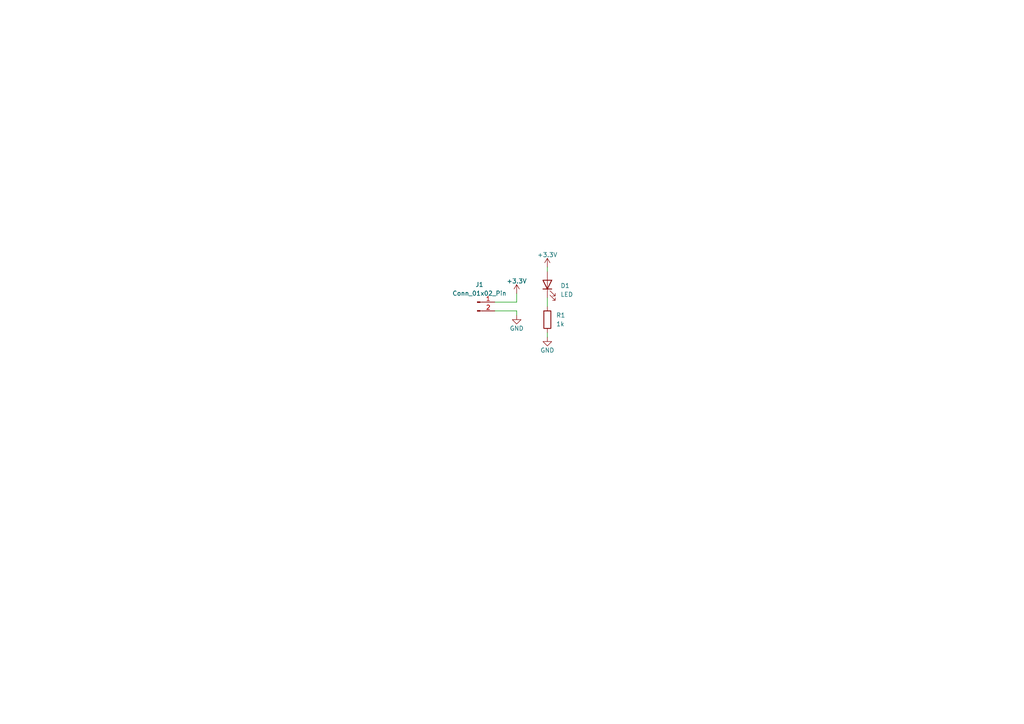
<source format=kicad_sch>
(kicad_sch (version 20231120) (generator "eeschema") (generator_version "8.0")
  (paper "A4")
  (lib_symbols
    (symbol "Connector:Conn_01x02_Pin" (pin_names (offset 1.016) hide)
      (property "Reference" "J" (at 0 2.54 0))
      (property "Value" "Conn_01x02_Pin" (at 0 -5.08 0))
      (symbol "Conn_01x02_Pin_1_1"
        (polyline (pts (xy 1.27 -2.54) (xy 0.8636 -2.54)) (stroke (width 0.1524)))
        (polyline (pts (xy 1.27 0) (xy 0.8636 0)) (stroke (width 0.1524)))
        (rectangle (start 0.8636 -2.413) (end 0 -2.667) (stroke (width 0.1524)) (fill (type outline)))
        (rectangle (start 0.8636 0.127) (end 0 -0.127) (stroke (width 0.1524)) (fill (type outline)))
        (pin passive line (at 5.08 0 180) (length 3.81) (name "Pin_1") (number "1"))
        (pin passive line (at 5.08 -2.54 180) (length 3.81) (name "Pin_2") (number "2"))
      )
    )
    (symbol "Device:LED" (pin_numbers hide) (pin_names (offset 1.016) hide)
      (property "Reference" "D" (at 0 2.54 0))
      (property "Value" "LED" (at 0 -2.54 0))
      (symbol "LED_0_1"
        (polyline (pts (xy -1.27 -1.27) (xy -1.27 1.27)) (stroke (width 0.254)))
        (polyline (pts (xy -1.27 0) (xy 1.27 0)))
        (polyline (pts (xy 1.27 -1.27) (xy 1.27 1.27) (xy -1.27 0) (xy 1.27 -1.27)) (stroke (width 0.254)))
        (polyline (pts (xy -3.048 -0.762) (xy -4.572 -2.286) (xy -3.81 -2.286) (xy -4.572 -2.286) (xy -4.572 -1.524)))
        (polyline (pts (xy -1.778 -0.762) (xy -3.302 -2.286) (xy -2.54 -2.286) (xy -3.302 -2.286) (xy -3.302 -1.524)))
      )
      (symbol "LED_1_1"
        (pin passive line (at -3.81 0 0) (length 2.54) (name "K") (number "1"))
        (pin passive line (at 3.81 0 180) (length 2.54) (name "A") (number "2"))
      )
    )
    (symbol "Device:R" (pin_numbers hide) (pin_names (offset 0))
      (property "Reference" "R" (at 2.032 0 90))
      (property "Value" "R" (at 0 0 90))
      (symbol "R_0_1"
        (rectangle (start -1.016 -2.54) (end 1.016 2.54) (stroke (width 0.254)))
      )
      (symbol "R_1_1"
        (pin passive line (at 0 3.81 270) (length 1.27) (name "~") (number "1"))
        (pin passive line (at 0 -3.81 90) (length 1.27) (name "~") (number "2"))
      )
    )
    (symbol "power:+3.3V" (power) (pin_numbers hide) (pin_names (offset 0) hide)
      (property "Value" "+3.3V" (at 0 3.556 0))
      (symbol "+3.3V_0_1"
        (polyline (pts (xy -0.762 1.27) (xy 0 2.54)))
        (polyline (pts (xy 0 0) (xy 0 2.54)))
        (polyline (pts (xy 0 2.54) (xy 0.762 1.27)))
      )
      (symbol "+3.3V_1_1"
        (pin power_in line (at 0 0 90) (length 0) (name "~") (number "1"))
      )
    )
    (symbol "power:GND" (power) (pin_numbers hide) (pin_names (offset 0) hide)
      (property "Value" "GND" (at 0 -3.81 0))
      (symbol "GND_0_1"
        (polyline (pts (xy 0 0) (xy 0 -1.27) (xy 1.27 -1.27) (xy 0 -2.54) (xy -1.27 -1.27) (xy 0 -1.27)))
      )
      (symbol "GND_1_1"
        (pin power_in line (at 0 0 270) (length 0) (name "~") (number "1"))
      )
    )
  )
  (wire (pts (xy 149.86 90.17) (xy 149.86 91.44)))
  (wire (pts (xy 143.51 90.17) (xy 149.86 90.17)))
  (wire (pts (xy 158.75 96.52) (xy 158.75 97.79)))
  (wire (pts (xy 158.75 77.47) (xy 158.75 78.74)))
  (wire (pts (xy 149.86 87.63) (xy 149.86 85.09)))
  (wire (pts (xy 143.51 87.63) (xy 149.86 87.63)))
  (wire (pts (xy 158.75 86.36) (xy 158.75 88.9)))
  (symbol (lib_id "power:GND") (at 158.75 97.79 0) (unit 1)
    (property "Reference" "#PWR01" (effects (hide yes)))
    (property "Value" "GND" (at 158.75 101.6 0))
    (property "Description" "Power symbol creates a global label with name \"GND\" , ground" (effects (hide yes)))
  )
  (symbol (lib_id "Device:LED") (at 158.75 82.55 90) (unit 1)
    (property "Reference" "D1" (at 162.56 82.8674 90) (effects (justify right)))
    (property "Value" "LED" (at 162.56 85.4074 90) (effects (justify right)))
    (property "Footprint" "LED_SMD:LED_0603_1608Metric" (effects (hide yes)))
    (property "Description" "Light emitting diode" (effects (hide yes)))
  )
  (symbol (lib_id "power:+3.3V") (at 158.75 77.47 0) (unit 1)
    (property "Reference" "#PWR02" (effects (hide yes)))
    (property "Value" "+3.3V" (at 158.75 73.914 0))
    (property "Description" "Power symbol creates a global label with name \"+3.3V\"" (effects (hide yes)))
  )
  (symbol (lib_id "power:+3.3V") (at 149.86 85.09 0) (unit 1)
    (property "Reference" "#PWR03" (effects (hide yes)))
    (property "Value" "+3.3V" (at 149.86 81.534 0))
    (property "Description" "Power symbol creates a global label with name \"+3.3V\"" (effects (hide yes)))
  )
  (symbol (lib_id "power:GND") (at 149.86 91.44 0) (unit 1)
    (property "Reference" "#PWR04" (effects (hide yes)))
    (property "Value" "GND" (at 149.86 95.25 0))
    (property "Description" "Power symbol creates a global label with name \"GND\" , ground" (effects (hide yes)))
  )
  (symbol (lib_id "Device:R") (at 158.75 92.71 0) (unit 1)
    (property "Reference" "R1" (at 161.29 91.4399 0) (effects (justify left)))
    (property "Value" "1k" (at 161.29 93.9799 0) (effects (justify left)))
    (property "Footprint" "Resistor_SMD:R_0402_1005Metric" (effects (hide yes)))
    (property "Description" "Resistor" (effects (hide yes)))
  )
  (symbol (lib_id "Connector:Conn_01x02_Pin") (at 138.43 87.63 0) (unit 1)
    (property "Reference" "J1" (at 139.065 82.55 0))
    (property "Value" "Conn_01x02_Pin" (at 139.065 85.09 0))
    (property "Footprint" "Connector_PinHeader_2.54mm:PinHeader_1x02_P2.54mm_Vertical" (effects (hide yes)))
    (property "Description" "Generic connector, single row, 01x02, script generated" (effects (hide yes)))
  )
)
</source>
